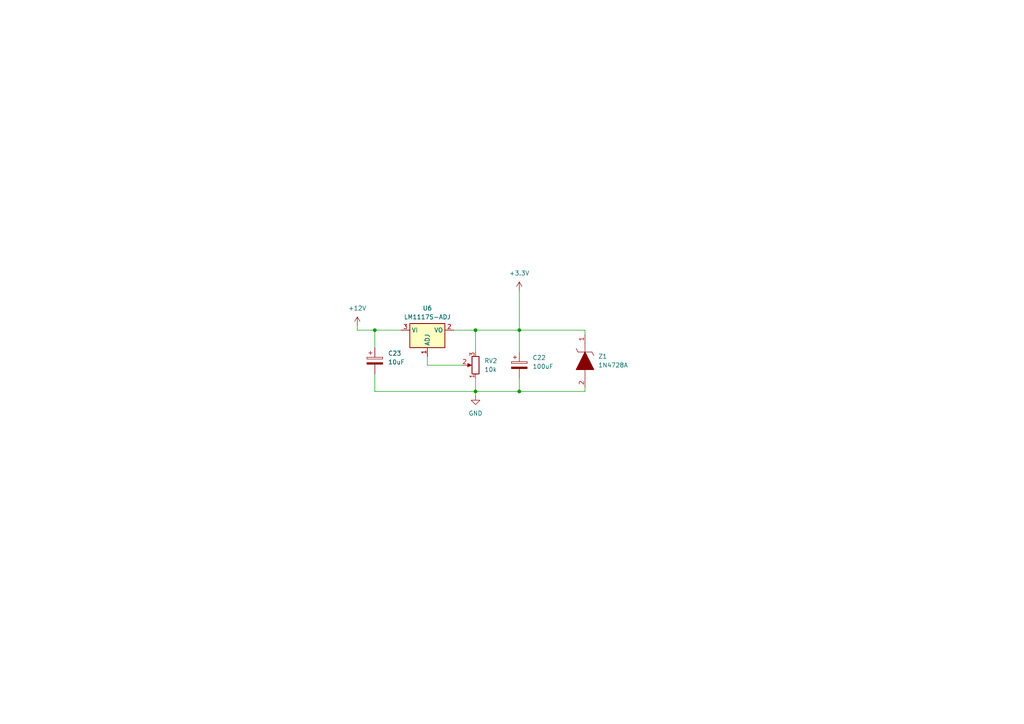
<source format=kicad_sch>
(kicad_sch (version 20230121) (generator eeschema)

  (uuid 0d8bff97-81e8-4d2b-8401-69d290a6e3b4)

  (paper "A4")

  (lib_symbols
    (symbol "Device:C_Polarized" (pin_numbers hide) (pin_names (offset 0.254)) (in_bom yes) (on_board yes)
      (property "Reference" "C" (at 0.635 2.54 0)
        (effects (font (size 1.27 1.27)) (justify left))
      )
      (property "Value" "C_Polarized" (at 0.635 -2.54 0)
        (effects (font (size 1.27 1.27)) (justify left))
      )
      (property "Footprint" "" (at 0.9652 -3.81 0)
        (effects (font (size 1.27 1.27)) hide)
      )
      (property "Datasheet" "~" (at 0 0 0)
        (effects (font (size 1.27 1.27)) hide)
      )
      (property "ki_keywords" "cap capacitor" (at 0 0 0)
        (effects (font (size 1.27 1.27)) hide)
      )
      (property "ki_description" "Polarized capacitor" (at 0 0 0)
        (effects (font (size 1.27 1.27)) hide)
      )
      (property "ki_fp_filters" "CP_*" (at 0 0 0)
        (effects (font (size 1.27 1.27)) hide)
      )
      (symbol "C_Polarized_0_1"
        (rectangle (start -2.286 0.508) (end 2.286 1.016)
          (stroke (width 0) (type default))
          (fill (type none))
        )
        (polyline
          (pts
            (xy -1.778 2.286)
            (xy -0.762 2.286)
          )
          (stroke (width 0) (type default))
          (fill (type none))
        )
        (polyline
          (pts
            (xy -1.27 2.794)
            (xy -1.27 1.778)
          )
          (stroke (width 0) (type default))
          (fill (type none))
        )
        (rectangle (start 2.286 -0.508) (end -2.286 -1.016)
          (stroke (width 0) (type default))
          (fill (type outline))
        )
      )
      (symbol "C_Polarized_1_1"
        (pin passive line (at 0 3.81 270) (length 2.794)
          (name "~" (effects (font (size 1.27 1.27))))
          (number "1" (effects (font (size 1.27 1.27))))
        )
        (pin passive line (at 0 -3.81 90) (length 2.794)
          (name "~" (effects (font (size 1.27 1.27))))
          (number "2" (effects (font (size 1.27 1.27))))
        )
      )
    )
    (symbol "Device:R_Potentiometer" (pin_names (offset 1.016) hide) (in_bom yes) (on_board yes)
      (property "Reference" "RV" (at -4.445 0 90)
        (effects (font (size 1.27 1.27)))
      )
      (property "Value" "R_Potentiometer" (at -2.54 0 90)
        (effects (font (size 1.27 1.27)))
      )
      (property "Footprint" "" (at 0 0 0)
        (effects (font (size 1.27 1.27)) hide)
      )
      (property "Datasheet" "~" (at 0 0 0)
        (effects (font (size 1.27 1.27)) hide)
      )
      (property "ki_keywords" "resistor variable" (at 0 0 0)
        (effects (font (size 1.27 1.27)) hide)
      )
      (property "ki_description" "Potentiometer" (at 0 0 0)
        (effects (font (size 1.27 1.27)) hide)
      )
      (property "ki_fp_filters" "Potentiometer*" (at 0 0 0)
        (effects (font (size 1.27 1.27)) hide)
      )
      (symbol "R_Potentiometer_0_1"
        (polyline
          (pts
            (xy 2.54 0)
            (xy 1.524 0)
          )
          (stroke (width 0) (type default))
          (fill (type none))
        )
        (polyline
          (pts
            (xy 1.143 0)
            (xy 2.286 0.508)
            (xy 2.286 -0.508)
            (xy 1.143 0)
          )
          (stroke (width 0) (type default))
          (fill (type outline))
        )
        (rectangle (start 1.016 2.54) (end -1.016 -2.54)
          (stroke (width 0.254) (type default))
          (fill (type none))
        )
      )
      (symbol "R_Potentiometer_1_1"
        (pin passive line (at 0 3.81 270) (length 1.27)
          (name "1" (effects (font (size 1.27 1.27))))
          (number "1" (effects (font (size 1.27 1.27))))
        )
        (pin passive line (at 3.81 0 180) (length 1.27)
          (name "2" (effects (font (size 1.27 1.27))))
          (number "2" (effects (font (size 1.27 1.27))))
        )
        (pin passive line (at 0 -3.81 90) (length 1.27)
          (name "3" (effects (font (size 1.27 1.27))))
          (number "3" (effects (font (size 1.27 1.27))))
        )
      )
    )
    (symbol "Regulator_Linear:LM1117S-ADJ" (in_bom yes) (on_board yes)
      (property "Reference" "U" (at -3.81 3.175 0)
        (effects (font (size 1.27 1.27)))
      )
      (property "Value" "LM1117S-ADJ" (at 0 3.175 0)
        (effects (font (size 1.27 1.27)) (justify left))
      )
      (property "Footprint" "Package_TO_SOT_SMD:TO-263-3_TabPin2" (at 0 0 0)
        (effects (font (size 1.27 1.27)) hide)
      )
      (property "Datasheet" "http://www.ti.com/lit/ds/symlink/lm1117.pdf" (at 0 0 0)
        (effects (font (size 1.27 1.27)) hide)
      )
      (property "ki_keywords" "linear regulator ldo adjustable positive" (at 0 0 0)
        (effects (font (size 1.27 1.27)) hide)
      )
      (property "ki_description" "800mA Low-Dropout Linear Regulator, adjustable output, TO-263" (at 0 0 0)
        (effects (font (size 1.27 1.27)) hide)
      )
      (property "ki_fp_filters" "TO?263*" (at 0 0 0)
        (effects (font (size 1.27 1.27)) hide)
      )
      (symbol "LM1117S-ADJ_0_1"
        (rectangle (start -5.08 -5.08) (end 5.08 1.905)
          (stroke (width 0.254) (type default))
          (fill (type background))
        )
      )
      (symbol "LM1117S-ADJ_1_1"
        (pin input line (at 0 -7.62 90) (length 2.54)
          (name "ADJ" (effects (font (size 1.27 1.27))))
          (number "1" (effects (font (size 1.27 1.27))))
        )
        (pin power_out line (at 7.62 0 180) (length 2.54)
          (name "VO" (effects (font (size 1.27 1.27))))
          (number "2" (effects (font (size 1.27 1.27))))
        )
        (pin power_in line (at -7.62 0 0) (length 2.54)
          (name "VI" (effects (font (size 1.27 1.27))))
          (number "3" (effects (font (size 1.27 1.27))))
        )
      )
    )
    (symbol "SamacSys_Parts:1N4728A" (pin_names (offset 0.762)) (in_bom yes) (on_board yes)
      (property "Reference" "Z" (at 10.16 8.89 0)
        (effects (font (size 1.27 1.27)) (justify left))
      )
      (property "Value" "1N4728A" (at 10.16 6.35 0)
        (effects (font (size 1.27 1.27)) (justify left))
      )
      (property "Footprint" "DIOAD1413W86L463D238" (at 10.16 3.81 0)
        (effects (font (size 1.27 1.27)) (justify left) hide)
      )
      (property "Datasheet" "https://www.onsemi.com/pdf/datasheet/1n4736at-d.pdf" (at 10.16 1.27 0)
        (effects (font (size 1.27 1.27)) (justify left) hide)
      )
      (property "Description" "Zener Diodes 3.3V 1W ZENER 5%" (at 10.16 -1.27 0)
        (effects (font (size 1.27 1.27)) (justify left) hide)
      )
      (property "Height" "" (at 10.16 -3.81 0)
        (effects (font (size 1.27 1.27)) (justify left) hide)
      )
      (property "Manufacturer_Name" "onsemi" (at 10.16 -6.35 0)
        (effects (font (size 1.27 1.27)) (justify left) hide)
      )
      (property "Manufacturer_Part_Number" "1N4728A" (at 10.16 -8.89 0)
        (effects (font (size 1.27 1.27)) (justify left) hide)
      )
      (property "Mouser Part Number" "512-1N4728A" (at 10.16 -11.43 0)
        (effects (font (size 1.27 1.27)) (justify left) hide)
      )
      (property "Mouser Price/Stock" "https://www.mouser.co.uk/ProductDetail/onsemi-Fairchild/1N4728A?qs=SSucg2PyLi7orktZ3y7vHw%3D%3D" (at 10.16 -13.97 0)
        (effects (font (size 1.27 1.27)) (justify left) hide)
      )
      (property "Arrow Part Number" "1N4728A" (at 10.16 -16.51 0)
        (effects (font (size 1.27 1.27)) (justify left) hide)
      )
      (property "Arrow Price/Stock" "https://www.arrow.com/en/products/1n4728a/on-semiconductor" (at 10.16 -19.05 0)
        (effects (font (size 1.27 1.27)) (justify left) hide)
      )
      (property "ki_description" "Zener Diodes 3.3V 1W ZENER 5%" (at 0 0 0)
        (effects (font (size 1.27 1.27)) hide)
      )
      (symbol "1N4728A_0_0"
        (pin passive line (at 0 0 0) (length 2.54)
          (name "~" (effects (font (size 1.27 1.27))))
          (number "1" (effects (font (size 1.27 1.27))))
        )
        (pin passive line (at 15.24 0 180) (length 2.54)
          (name "~" (effects (font (size 1.27 1.27))))
          (number "2" (effects (font (size 1.27 1.27))))
        )
      )
      (symbol "1N4728A_0_1"
        (polyline
          (pts
            (xy 2.54 0)
            (xy 5.08 0)
          )
          (stroke (width 0.1524) (type solid))
          (fill (type none))
        )
        (polyline
          (pts
            (xy 4.064 -2.54)
            (xy 5.08 -2.032)
          )
          (stroke (width 0.1524) (type solid))
          (fill (type none))
        )
        (polyline
          (pts
            (xy 5.08 2.032)
            (xy 5.08 -2.032)
          )
          (stroke (width 0.1524) (type solid))
          (fill (type none))
        )
        (polyline
          (pts
            (xy 5.08 2.032)
            (xy 6.096 2.54)
          )
          (stroke (width 0.1524) (type solid))
          (fill (type none))
        )
        (polyline
          (pts
            (xy 12.7 0)
            (xy 10.16 0)
          )
          (stroke (width 0.1524) (type solid))
          (fill (type none))
        )
        (polyline
          (pts
            (xy 5.08 0)
            (xy 10.16 2.54)
            (xy 10.16 -2.54)
            (xy 5.08 0)
          )
          (stroke (width 0.254) (type solid))
          (fill (type outline))
        )
      )
    )
    (symbol "power:+12V" (power) (pin_names (offset 0)) (in_bom yes) (on_board yes)
      (property "Reference" "#PWR" (at 0 -3.81 0)
        (effects (font (size 1.27 1.27)) hide)
      )
      (property "Value" "+12V" (at 0 3.556 0)
        (effects (font (size 1.27 1.27)))
      )
      (property "Footprint" "" (at 0 0 0)
        (effects (font (size 1.27 1.27)) hide)
      )
      (property "Datasheet" "" (at 0 0 0)
        (effects (font (size 1.27 1.27)) hide)
      )
      (property "ki_keywords" "global power" (at 0 0 0)
        (effects (font (size 1.27 1.27)) hide)
      )
      (property "ki_description" "Power symbol creates a global label with name \"+12V\"" (at 0 0 0)
        (effects (font (size 1.27 1.27)) hide)
      )
      (symbol "+12V_0_1"
        (polyline
          (pts
            (xy -0.762 1.27)
            (xy 0 2.54)
          )
          (stroke (width 0) (type default))
          (fill (type none))
        )
        (polyline
          (pts
            (xy 0 0)
            (xy 0 2.54)
          )
          (stroke (width 0) (type default))
          (fill (type none))
        )
        (polyline
          (pts
            (xy 0 2.54)
            (xy 0.762 1.27)
          )
          (stroke (width 0) (type default))
          (fill (type none))
        )
      )
      (symbol "+12V_1_1"
        (pin power_in line (at 0 0 90) (length 0) hide
          (name "+12V" (effects (font (size 1.27 1.27))))
          (number "1" (effects (font (size 1.27 1.27))))
        )
      )
    )
    (symbol "power:+3.3V" (power) (pin_names (offset 0)) (in_bom yes) (on_board yes)
      (property "Reference" "#PWR" (at 0 -3.81 0)
        (effects (font (size 1.27 1.27)) hide)
      )
      (property "Value" "+3.3V" (at 0 3.556 0)
        (effects (font (size 1.27 1.27)))
      )
      (property "Footprint" "" (at 0 0 0)
        (effects (font (size 1.27 1.27)) hide)
      )
      (property "Datasheet" "" (at 0 0 0)
        (effects (font (size 1.27 1.27)) hide)
      )
      (property "ki_keywords" "global power" (at 0 0 0)
        (effects (font (size 1.27 1.27)) hide)
      )
      (property "ki_description" "Power symbol creates a global label with name \"+3.3V\"" (at 0 0 0)
        (effects (font (size 1.27 1.27)) hide)
      )
      (symbol "+3.3V_0_1"
        (polyline
          (pts
            (xy -0.762 1.27)
            (xy 0 2.54)
          )
          (stroke (width 0) (type default))
          (fill (type none))
        )
        (polyline
          (pts
            (xy 0 0)
            (xy 0 2.54)
          )
          (stroke (width 0) (type default))
          (fill (type none))
        )
        (polyline
          (pts
            (xy 0 2.54)
            (xy 0.762 1.27)
          )
          (stroke (width 0) (type default))
          (fill (type none))
        )
      )
      (symbol "+3.3V_1_1"
        (pin power_in line (at 0 0 90) (length 0) hide
          (name "+3.3V" (effects (font (size 1.27 1.27))))
          (number "1" (effects (font (size 1.27 1.27))))
        )
      )
    )
    (symbol "power:GND" (power) (pin_names (offset 0)) (in_bom yes) (on_board yes)
      (property "Reference" "#PWR" (at 0 -6.35 0)
        (effects (font (size 1.27 1.27)) hide)
      )
      (property "Value" "GND" (at 0 -3.81 0)
        (effects (font (size 1.27 1.27)))
      )
      (property "Footprint" "" (at 0 0 0)
        (effects (font (size 1.27 1.27)) hide)
      )
      (property "Datasheet" "" (at 0 0 0)
        (effects (font (size 1.27 1.27)) hide)
      )
      (property "ki_keywords" "global power" (at 0 0 0)
        (effects (font (size 1.27 1.27)) hide)
      )
      (property "ki_description" "Power symbol creates a global label with name \"GND\" , ground" (at 0 0 0)
        (effects (font (size 1.27 1.27)) hide)
      )
      (symbol "GND_0_1"
        (polyline
          (pts
            (xy 0 0)
            (xy 0 -1.27)
            (xy 1.27 -1.27)
            (xy 0 -2.54)
            (xy -1.27 -1.27)
            (xy 0 -1.27)
          )
          (stroke (width 0) (type default))
          (fill (type none))
        )
      )
      (symbol "GND_1_1"
        (pin power_in line (at 0 0 270) (length 0) hide
          (name "GND" (effects (font (size 1.27 1.27))))
          (number "1" (effects (font (size 1.27 1.27))))
        )
      )
    )
  )

  (junction (at 150.622 113.538) (diameter 0) (color 0 0 0 0)
    (uuid 01862795-8239-4869-85f9-488f82c0d61e)
  )
  (junction (at 150.622 95.758) (diameter 0) (color 0 0 0 0)
    (uuid 1b0058f0-5c7f-483b-9ee9-c7f491510612)
  )
  (junction (at 137.922 95.758) (diameter 0) (color 0 0 0 0)
    (uuid 477ad9b2-c7ab-4f05-9356-2e2987452932)
  )
  (junction (at 137.922 113.538) (diameter 0) (color 0 0 0 0)
    (uuid 9b04fcf1-2bbd-46f0-ab3f-84801752853e)
  )
  (junction (at 108.712 95.758) (diameter 0) (color 0 0 0 0)
    (uuid f9a67b12-d1c8-43c5-bf2a-3eaa16a4c315)
  )

  (wire (pts (xy 150.622 113.538) (xy 137.922 113.538))
    (stroke (width 0) (type default))
    (uuid 33ef28da-acd5-45e5-9faf-94cf20f6a1fe)
  )
  (wire (pts (xy 116.332 95.758) (xy 108.712 95.758))
    (stroke (width 0) (type default))
    (uuid 344a0af7-1d6b-43cc-8268-7670407cdfca)
  )
  (wire (pts (xy 103.632 95.758) (xy 103.632 94.488))
    (stroke (width 0) (type default))
    (uuid 3ae1ee7e-dcb6-4dfb-b2f5-7cec3c9b6c1c)
  )
  (wire (pts (xy 169.672 95.758) (xy 150.622 95.758))
    (stroke (width 0) (type default))
    (uuid 40a1e079-8f15-43d1-bc12-7ce839e961fb)
  )
  (wire (pts (xy 137.922 109.728) (xy 137.922 113.538))
    (stroke (width 0) (type default))
    (uuid 51ab37ca-5a7a-4c23-8e91-ea62274461d5)
  )
  (wire (pts (xy 137.922 95.758) (xy 150.622 95.758))
    (stroke (width 0) (type default))
    (uuid 5fbcfc5d-e37f-437d-9d1c-a15a386e6ea7)
  )
  (wire (pts (xy 150.622 95.758) (xy 150.622 102.108))
    (stroke (width 0) (type default))
    (uuid 6e6c3a52-81e6-4588-97a7-c07c8185a6d8)
  )
  (wire (pts (xy 137.922 113.538) (xy 137.922 114.808))
    (stroke (width 0) (type default))
    (uuid 73effaa5-7b20-4fc5-89ad-d03ac6e318ab)
  )
  (wire (pts (xy 169.672 113.538) (xy 169.672 112.268))
    (stroke (width 0) (type default))
    (uuid 95005e12-9dc1-40d0-a591-167bc79e2b61)
  )
  (wire (pts (xy 123.952 105.918) (xy 123.952 103.378))
    (stroke (width 0) (type default))
    (uuid 97ac2d19-3f4e-40e6-9b75-e3ca6596265a)
  )
  (wire (pts (xy 169.672 113.538) (xy 150.622 113.538))
    (stroke (width 0) (type default))
    (uuid a24607c3-9614-4f7a-9cea-ff0d7f312c52)
  )
  (wire (pts (xy 134.112 105.918) (xy 123.952 105.918))
    (stroke (width 0) (type default))
    (uuid a647139b-23ab-47b8-8996-a0b4edab2b4d)
  )
  (wire (pts (xy 150.622 109.728) (xy 150.622 113.538))
    (stroke (width 0) (type default))
    (uuid b1a54247-a509-4e3f-a6cd-f3edce5a952b)
  )
  (wire (pts (xy 137.922 102.108) (xy 137.922 95.758))
    (stroke (width 0) (type default))
    (uuid c78733f7-8a2d-42d1-a38e-7a7981b28a14)
  )
  (wire (pts (xy 108.712 108.458) (xy 108.712 113.538))
    (stroke (width 0) (type default))
    (uuid d2b08562-0ed6-4a51-beae-e8112978a5f6)
  )
  (wire (pts (xy 169.672 95.758) (xy 169.672 97.028))
    (stroke (width 0) (type default))
    (uuid d3b0425b-478e-45d6-bcc5-02e209ffaea0)
  )
  (wire (pts (xy 131.572 95.758) (xy 137.922 95.758))
    (stroke (width 0) (type default))
    (uuid d8676d6c-d4dd-4ec5-ac93-a2807a616840)
  )
  (wire (pts (xy 108.712 95.758) (xy 108.712 100.838))
    (stroke (width 0) (type default))
    (uuid db83883c-840f-438c-b205-a847e32ceb86)
  )
  (wire (pts (xy 108.712 113.538) (xy 137.922 113.538))
    (stroke (width 0) (type default))
    (uuid e0b138ec-7df3-49b8-8217-9093c1f2383c)
  )
  (wire (pts (xy 108.712 95.758) (xy 103.632 95.758))
    (stroke (width 0) (type default))
    (uuid f46e815a-68d8-400c-b92e-32154cca8792)
  )
  (wire (pts (xy 150.622 84.328) (xy 150.622 95.758))
    (stroke (width 0) (type default))
    (uuid fdab3fc3-c272-4462-8504-70b4815dd770)
  )

  (symbol (lib_id "Device:C_Polarized") (at 150.622 105.918 0) (unit 1)
    (in_bom yes) (on_board yes) (dnp no) (fields_autoplaced)
    (uuid 2d5289de-b415-4ecd-8b65-ce98b27a9600)
    (property "Reference" "C22" (at 154.432 103.759 0)
      (effects (font (size 1.27 1.27)) (justify left))
    )
    (property "Value" "100uF" (at 154.432 106.299 0)
      (effects (font (size 1.27 1.27)) (justify left))
    )
    (property "Footprint" "Capacitor_THT:CP_Radial_D6.3mm_P2.50mm" (at 151.5872 109.728 0)
      (effects (font (size 1.27 1.27)) hide)
    )
    (property "Datasheet" "~" (at 150.622 105.918 0)
      (effects (font (size 1.27 1.27)) hide)
    )
    (pin "1" (uuid c07aa3f2-96fc-4be2-a687-a2b9f546b155))
    (pin "2" (uuid b227c863-83ce-4bcb-8d1b-f867938a87d1))
    (instances
      (project "ir2110_schematic"
        (path "/12eff5cc-cd10-4544-bdce-879319851b2e/fe713b02-bf91-4e9e-bac5-ca332543a0da"
          (reference "C22") (unit 1)
        )
      )
      (project "controller_full6"
        (path "/3c3ae94a-eb39-4fa8-93aa-1a47bef57ada/ee49463d-cccb-486f-abc0-3f0fe8ef2fa8"
          (reference "C45") (unit 1)
        )
      )
      (project "regulator"
        (path "/72ea5bda-512c-4402-a9cb-a856d0ab1bc2"
          (reference "C22") (unit 1)
        )
      )
    )
  )

  (symbol (lib_id "Device:C_Polarized") (at 108.712 104.648 0) (unit 1)
    (in_bom yes) (on_board yes) (dnp no) (fields_autoplaced)
    (uuid 39d61f9a-1c14-465b-8eee-1a34526d5994)
    (property "Reference" "C23" (at 112.522 102.489 0)
      (effects (font (size 1.27 1.27)) (justify left))
    )
    (property "Value" "10uF" (at 112.522 105.029 0)
      (effects (font (size 1.27 1.27)) (justify left))
    )
    (property "Footprint" "Capacitor_THT:CP_Radial_D6.3mm_P2.50mm" (at 109.6772 108.458 0)
      (effects (font (size 1.27 1.27)) hide)
    )
    (property "Datasheet" "~" (at 108.712 104.648 0)
      (effects (font (size 1.27 1.27)) hide)
    )
    (pin "1" (uuid 585c9465-d08b-4b83-89c8-b76115e8c423))
    (pin "2" (uuid b07471ee-78c7-45cb-9e71-3e7c74b35c10))
    (instances
      (project "ir2110_schematic"
        (path "/12eff5cc-cd10-4544-bdce-879319851b2e/fe713b02-bf91-4e9e-bac5-ca332543a0da"
          (reference "C23") (unit 1)
        )
      )
      (project "controller_full6"
        (path "/3c3ae94a-eb39-4fa8-93aa-1a47bef57ada/ee49463d-cccb-486f-abc0-3f0fe8ef2fa8"
          (reference "C44") (unit 1)
        )
      )
      (project "regulator"
        (path "/72ea5bda-512c-4402-a9cb-a856d0ab1bc2"
          (reference "C23") (unit 1)
        )
      )
    )
  )

  (symbol (lib_id "SamacSys_Parts:1N4728A") (at 169.672 97.028 270) (unit 1)
    (in_bom yes) (on_board yes) (dnp no) (fields_autoplaced)
    (uuid 45b3a93a-6f6a-4c78-b97c-d303638b01cb)
    (property "Reference" "Z1" (at 173.482 103.378 90)
      (effects (font (size 1.27 1.27)) (justify left))
    )
    (property "Value" "1N4728A" (at 173.482 105.918 90)
      (effects (font (size 1.27 1.27)) (justify left))
    )
    (property "Footprint" "MM3Z3V3T1G:MM3Z3V3T1G" (at 173.482 107.188 0)
      (effects (font (size 1.27 1.27)) (justify left) hide)
    )
    (property "Datasheet" "https://www.onsemi.com/pdf/datasheet/1n4736at-d.pdf" (at 170.942 107.188 0)
      (effects (font (size 1.27 1.27)) (justify left) hide)
    )
    (property "Description" "Zener Diodes 3.3V 1W ZENER 5%" (at 168.402 107.188 0)
      (effects (font (size 1.27 1.27)) (justify left) hide)
    )
    (property "Height" "" (at 165.862 107.188 0)
      (effects (font (size 1.27 1.27)) (justify left) hide)
    )
    (property "Manufacturer_Name" "onsemi" (at 163.322 107.188 0)
      (effects (font (size 1.27 1.27)) (justify left) hide)
    )
    (property "Manufacturer_Part_Number" "1N4728A" (at 160.782 107.188 0)
      (effects (font (size 1.27 1.27)) (justify left) hide)
    )
    (property "Mouser Part Number" "512-1N4728A" (at 158.242 107.188 0)
      (effects (font (size 1.27 1.27)) (justify left) hide)
    )
    (property "Mouser Price/Stock" "https://www.mouser.co.uk/ProductDetail/onsemi-Fairchild/1N4728A?qs=SSucg2PyLi7orktZ3y7vHw%3D%3D" (at 155.702 107.188 0)
      (effects (font (size 1.27 1.27)) (justify left) hide)
    )
    (property "Arrow Part Number" "1N4728A" (at 153.162 107.188 0)
      (effects (font (size 1.27 1.27)) (justify left) hide)
    )
    (property "Arrow Price/Stock" "https://www.arrow.com/en/products/1n4728a/on-semiconductor" (at 150.622 107.188 0)
      (effects (font (size 1.27 1.27)) (justify left) hide)
    )
    (pin "1" (uuid 54b9251d-2069-4b84-b561-0ab1b25ca1e8))
    (pin "2" (uuid 0009f46b-d3a1-4446-b95a-ca2d03b78dc0))
    (instances
      (project "ir2110_schematic"
        (path "/12eff5cc-cd10-4544-bdce-879319851b2e/fe713b02-bf91-4e9e-bac5-ca332543a0da"
          (reference "Z1") (unit 1)
        )
      )
      (project "controller_full6"
        (path "/3c3ae94a-eb39-4fa8-93aa-1a47bef57ada/ee49463d-cccb-486f-abc0-3f0fe8ef2fa8"
          (reference "Z2") (unit 1)
        )
      )
      (project "regulator"
        (path "/72ea5bda-512c-4402-a9cb-a856d0ab1bc2"
          (reference "Z1") (unit 1)
        )
      )
    )
  )

  (symbol (lib_id "power:GND") (at 137.922 114.808 0) (unit 1)
    (in_bom yes) (on_board yes) (dnp no) (fields_autoplaced)
    (uuid 48c3e0aa-2fdb-470f-8657-ba6fa4e102db)
    (property "Reference" "#PWR046" (at 137.922 121.158 0)
      (effects (font (size 1.27 1.27)) hide)
    )
    (property "Value" "GND" (at 137.922 119.888 0)
      (effects (font (size 1.27 1.27)))
    )
    (property "Footprint" "" (at 137.922 114.808 0)
      (effects (font (size 1.27 1.27)) hide)
    )
    (property "Datasheet" "" (at 137.922 114.808 0)
      (effects (font (size 1.27 1.27)) hide)
    )
    (pin "1" (uuid 87c0fae8-4a48-46c4-879e-54a67f442ea5))
    (instances
      (project "ir2110_schematic"
        (path "/12eff5cc-cd10-4544-bdce-879319851b2e/fe713b02-bf91-4e9e-bac5-ca332543a0da"
          (reference "#PWR046") (unit 1)
        )
      )
      (project "controller_full6"
        (path "/3c3ae94a-eb39-4fa8-93aa-1a47bef57ada/ee49463d-cccb-486f-abc0-3f0fe8ef2fa8"
          (reference "#PWR050") (unit 1)
        )
      )
      (project "regulator"
        (path "/72ea5bda-512c-4402-a9cb-a856d0ab1bc2"
          (reference "#PWR046") (unit 1)
        )
      )
    )
  )

  (symbol (lib_id "power:+12V") (at 103.632 94.488 0) (unit 1)
    (in_bom yes) (on_board yes) (dnp no) (fields_autoplaced)
    (uuid 4f27daa1-9bc0-465d-9c9c-41595b512988)
    (property "Reference" "#PWR048" (at 103.632 98.298 0)
      (effects (font (size 1.27 1.27)) hide)
    )
    (property "Value" "+12V" (at 103.632 89.408 0)
      (effects (font (size 1.27 1.27)))
    )
    (property "Footprint" "" (at 103.632 94.488 0)
      (effects (font (size 1.27 1.27)) hide)
    )
    (property "Datasheet" "" (at 103.632 94.488 0)
      (effects (font (size 1.27 1.27)) hide)
    )
    (pin "1" (uuid 8b9e667a-fc82-4e93-9f07-a3172fa5c623))
    (instances
      (project "ir2110_schematic"
        (path "/12eff5cc-cd10-4544-bdce-879319851b2e/fe713b02-bf91-4e9e-bac5-ca332543a0da"
          (reference "#PWR048") (unit 1)
        )
      )
      (project "controller_full6"
        (path "/3c3ae94a-eb39-4fa8-93aa-1a47bef57ada/ee49463d-cccb-486f-abc0-3f0fe8ef2fa8"
          (reference "#PWR049") (unit 1)
        )
      )
      (project "regulator"
        (path "/72ea5bda-512c-4402-a9cb-a856d0ab1bc2"
          (reference "#PWR048") (unit 1)
        )
      )
    )
  )

  (symbol (lib_id "power:+3.3V") (at 150.622 84.328 0) (unit 1)
    (in_bom yes) (on_board yes) (dnp no) (fields_autoplaced)
    (uuid a88203e5-a2af-4f0a-8c35-c37b5a27620d)
    (property "Reference" "#PWR047" (at 150.622 88.138 0)
      (effects (font (size 1.27 1.27)) hide)
    )
    (property "Value" "+3.3V" (at 150.622 79.248 0)
      (effects (font (size 1.27 1.27)))
    )
    (property "Footprint" "" (at 150.622 84.328 0)
      (effects (font (size 1.27 1.27)) hide)
    )
    (property "Datasheet" "" (at 150.622 84.328 0)
      (effects (font (size 1.27 1.27)) hide)
    )
    (pin "1" (uuid e5271d67-9a6b-44d6-96a3-174bb4b9c64e))
    (instances
      (project "ir2110_schematic"
        (path "/12eff5cc-cd10-4544-bdce-879319851b2e/fe713b02-bf91-4e9e-bac5-ca332543a0da"
          (reference "#PWR047") (unit 1)
        )
      )
      (project "controller_full6"
        (path "/3c3ae94a-eb39-4fa8-93aa-1a47bef57ada/ee49463d-cccb-486f-abc0-3f0fe8ef2fa8"
          (reference "#PWR051") (unit 1)
        )
      )
      (project "regulator"
        (path "/72ea5bda-512c-4402-a9cb-a856d0ab1bc2"
          (reference "#PWR047") (unit 1)
        )
      )
    )
  )

  (symbol (lib_id "Regulator_Linear:LM1117S-ADJ") (at 123.952 95.758 0) (unit 1)
    (in_bom yes) (on_board yes) (dnp no) (fields_autoplaced)
    (uuid e0d09fb0-f658-40f1-9de7-596ad3824b68)
    (property "Reference" "U6" (at 123.952 89.408 0)
      (effects (font (size 1.27 1.27)))
    )
    (property "Value" "LM1117S-ADJ" (at 123.952 91.948 0)
      (effects (font (size 1.27 1.27)))
    )
    (property "Footprint" "1117s_ADJ:1117s_ADJ" (at 123.952 95.758 0)
      (effects (font (size 1.27 1.27)) hide)
    )
    (property "Datasheet" "http://www.ti.com/lit/ds/symlink/lm1117.pdf" (at 123.952 95.758 0)
      (effects (font (size 1.27 1.27)) hide)
    )
    (pin "1" (uuid c7e85acc-160a-474a-aa05-20c248897808))
    (pin "2" (uuid d4d9302a-0150-40c7-b361-5eee9317004e))
    (pin "3" (uuid 6323d25c-a0b9-4614-ab66-68d36ddf6dd3))
    (instances
      (project "ir2110_schematic"
        (path "/12eff5cc-cd10-4544-bdce-879319851b2e/fe713b02-bf91-4e9e-bac5-ca332543a0da"
          (reference "U6") (unit 1)
        )
      )
      (project "controller_full6"
        (path "/3c3ae94a-eb39-4fa8-93aa-1a47bef57ada/ee49463d-cccb-486f-abc0-3f0fe8ef2fa8"
          (reference "U6") (unit 1)
        )
      )
      (project "regulator"
        (path "/72ea5bda-512c-4402-a9cb-a856d0ab1bc2"
          (reference "U6") (unit 1)
        )
      )
    )
  )

  (symbol (lib_id "Device:R_Potentiometer") (at 137.922 105.918 180) (unit 1)
    (in_bom yes) (on_board yes) (dnp no) (fields_autoplaced)
    (uuid f4890544-fd43-4f07-aa3b-6f4e31154cee)
    (property "Reference" "RV2" (at 140.462 104.648 0)
      (effects (font (size 1.27 1.27)) (justify right))
    )
    (property "Value" "10k" (at 140.462 107.188 0)
      (effects (font (size 1.27 1.27)) (justify right))
    )
    (property "Footprint" "Potentiometer_THT:Potentiometer_Runtron_RM-065_Vertical" (at 137.922 105.918 0)
      (effects (font (size 1.27 1.27)) hide)
    )
    (property "Datasheet" "~" (at 137.922 105.918 0)
      (effects (font (size 1.27 1.27)) hide)
    )
    (pin "1" (uuid 4faafdb1-3b9a-4d9d-bcfd-c8f006d1c6c8))
    (pin "2" (uuid 4588bc5d-a1d0-40cc-bffe-6b61c0241ffc))
    (pin "3" (uuid 5b506a72-5d91-4a20-9e72-223f0bc8ea1d))
    (instances
      (project "ir2110_schematic"
        (path "/12eff5cc-cd10-4544-bdce-879319851b2e/fe713b02-bf91-4e9e-bac5-ca332543a0da"
          (reference "RV2") (unit 1)
        )
      )
      (project "controller_full6"
        (path "/3c3ae94a-eb39-4fa8-93aa-1a47bef57ada/ee49463d-cccb-486f-abc0-3f0fe8ef2fa8"
          (reference "RV2") (unit 1)
        )
      )
      (project "regulator"
        (path "/72ea5bda-512c-4402-a9cb-a856d0ab1bc2"
          (reference "RV2") (unit 1)
        )
      )
    )
  )
)

</source>
